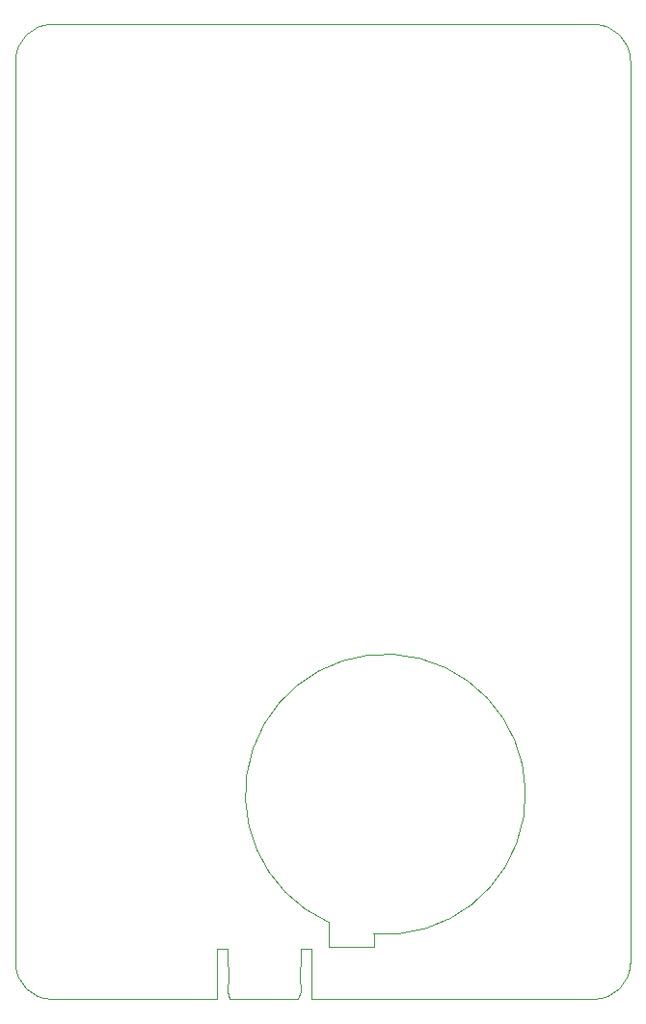
<source format=gbr>
G04 #@! TF.GenerationSoftware,KiCad,Pcbnew,8.0.7*
G04 #@! TF.CreationDate,2025-08-10T23:19:55-04:00*
G04 #@! TF.ProjectId,RP2350_60QFN_minimal,52503233-3530-45f3-9630-51464e5f6d69,REV3*
G04 #@! TF.SameCoordinates,Original*
G04 #@! TF.FileFunction,Profile,NP*
%FSLAX46Y46*%
G04 Gerber Fmt 4.6, Leading zero omitted, Abs format (unit mm)*
G04 Created by KiCad (PCBNEW 8.0.7) date 2025-08-10 23:19:55*
%MOMM*%
%LPD*%
G01*
G04 APERTURE LIST*
G04 #@! TA.AperFunction,Profile*
%ADD10C,0.050000*%
G04 #@! TD*
G04 #@! TA.AperFunction,Profile*
%ADD11C,0.001000*%
G04 #@! TD*
G04 #@! TA.AperFunction,Profile*
%ADD12C,0.100000*%
G04 #@! TD*
G04 APERTURE END LIST*
D10*
X1Y-3175000D02*
G75*
G02*
X3180000Y3I3179999J-5000D01*
G01*
X53980000Y-82420000D02*
X53980000Y-3180000D01*
X53980000Y-82420000D02*
G75*
G02*
X50800000Y-85600000I-3180000J0D01*
G01*
X25983300Y-85600000D02*
X50800000Y-85600000D01*
X50800000Y0D02*
G75*
G02*
X53980000Y-3180000I0J-3180000D01*
G01*
X17643300Y-81140000D02*
X17643300Y-85600000D01*
X25983300Y-81140800D02*
X25065000Y-81140000D01*
X3180000Y3D02*
X50800000Y0D01*
X25983300Y-81140800D02*
X25983300Y-85600000D01*
X17643300Y-81140000D02*
X18565000Y-81140000D01*
X17643300Y-85600000D02*
X3180000Y-85600000D01*
X3180000Y-85600000D02*
G75*
G02*
X4Y-82415002I0J3180000D01*
G01*
X0Y-82415000D02*
X1Y-3175000D01*
X18565000Y-81140000D02*
X18565000Y-82640000D01*
X18565000Y-82640000D02*
X18690000Y-82890000D01*
X18565000Y-84390000D02*
X18690000Y-84140000D01*
X18565000Y-84890000D02*
X18565000Y-84390000D01*
X18690000Y-84140000D02*
X18690000Y-82890000D01*
X18815000Y-85590000D02*
X18565000Y-84890000D01*
X18815000Y-85590000D02*
X24815000Y-85590000D01*
X24815000Y-85590000D02*
X25065000Y-84890000D01*
X24940000Y-84140000D02*
X24940000Y-82890000D01*
X25065000Y-82640000D02*
X24940000Y-82890000D01*
X25065000Y-82640000D02*
X25065000Y-81140000D01*
X25065000Y-84390000D02*
X24940000Y-84140000D01*
X25065000Y-84890000D02*
X25065000Y-84390000D01*
D11*
X27470000Y-80990000D02*
X27470000Y-78827901D01*
D12*
X31470000Y-79849299D02*
X31470000Y-80990000D01*
X31470000Y-80990000D02*
X27470000Y-80990000D01*
D10*
X27470000Y-78827901D02*
G75*
G02*
X31470000Y-79849299I5000000J11237901D01*
G01*
M02*

</source>
